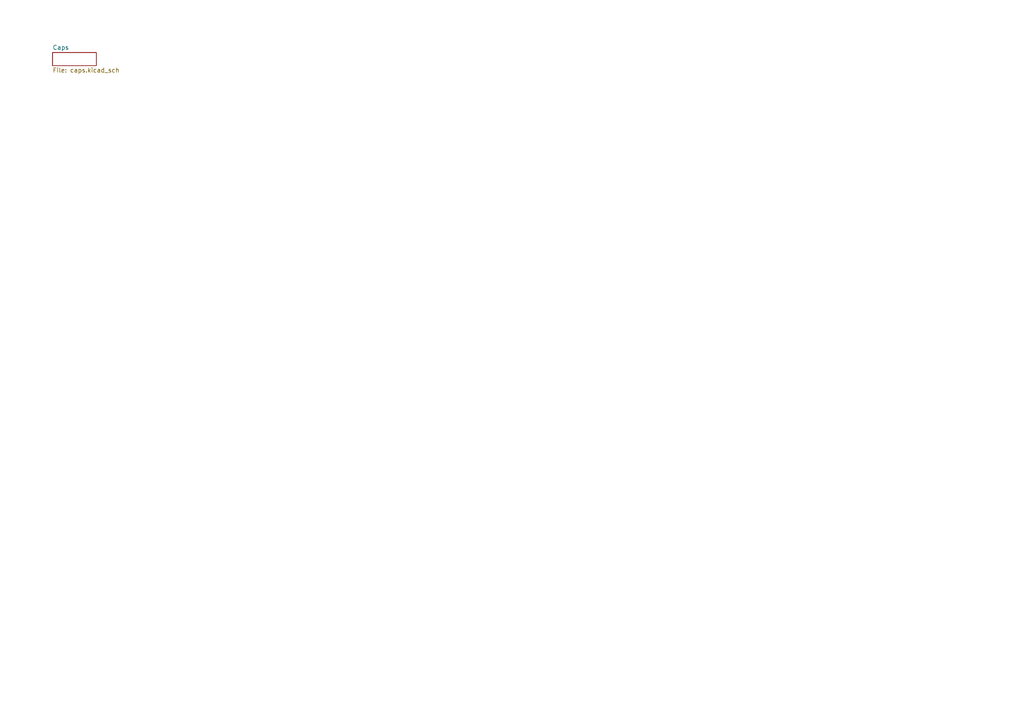
<source format=kicad_sch>
(kicad_sch (version 20230121) (generator eeschema)
  (paper "A4")
  (lib_symbols)
  (sheet (at 15.24 15.24) (size 12.7 3.81) (stroke (width 0.1524))
    (property "Sheetname" "Caps" (at 15.24 14.5284 0) (effects (justify left bottom)))
    (property "Sheetfile" "caps.kicad_sch" (at 15.24 19.6346 0) (effects (justify left top)))
  )
)
</source>
